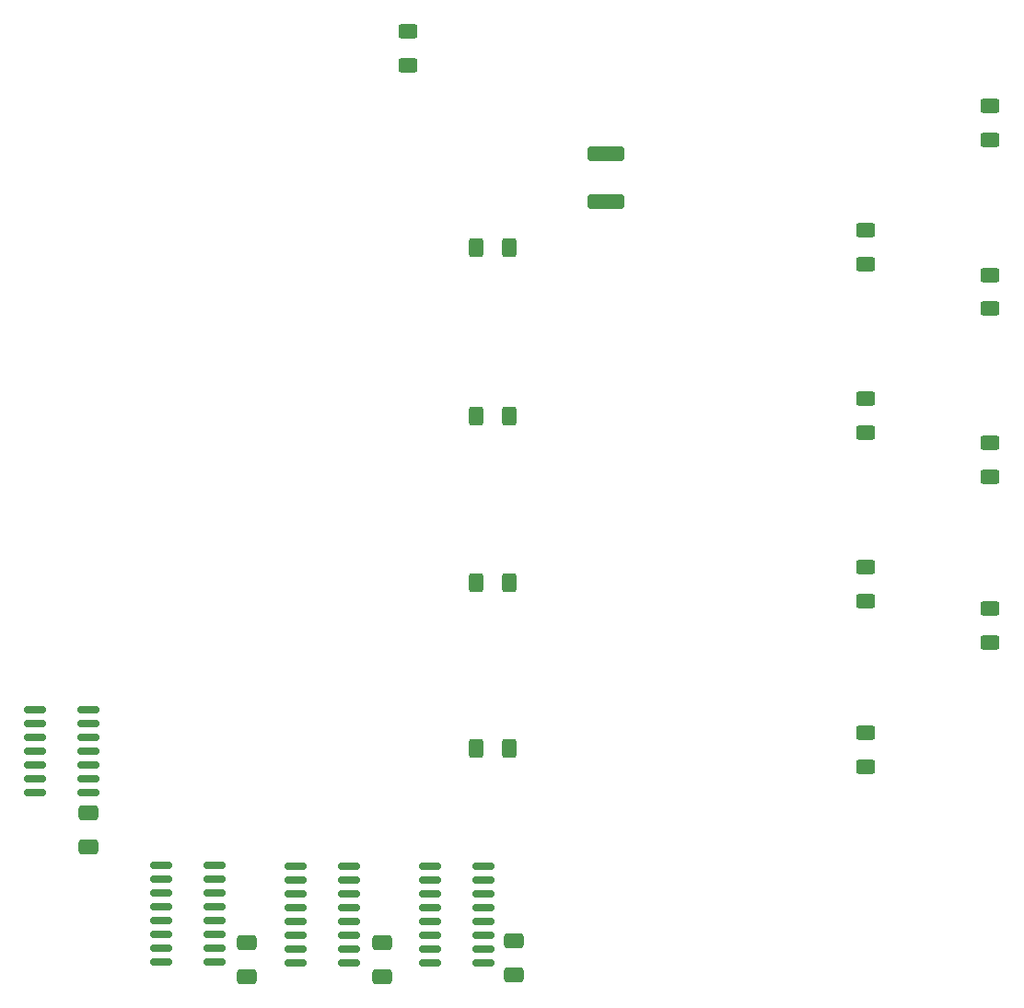
<source format=gbr>
%TF.GenerationSoftware,KiCad,Pcbnew,7.0.7*%
%TF.CreationDate,2023-12-16T22:01:11+01:00*%
%TF.ProjectId,BOB4AXIS,424f4234-4158-4495-932e-6b696361645f,rev?*%
%TF.SameCoordinates,Original*%
%TF.FileFunction,Paste,Bot*%
%TF.FilePolarity,Positive*%
%FSLAX46Y46*%
G04 Gerber Fmt 4.6, Leading zero omitted, Abs format (unit mm)*
G04 Created by KiCad (PCBNEW 7.0.7) date 2023-12-16 22:01:11*
%MOMM*%
%LPD*%
G01*
G04 APERTURE LIST*
G04 Aperture macros list*
%AMRoundRect*
0 Rectangle with rounded corners*
0 $1 Rounding radius*
0 $2 $3 $4 $5 $6 $7 $8 $9 X,Y pos of 4 corners*
0 Add a 4 corners polygon primitive as box body*
4,1,4,$2,$3,$4,$5,$6,$7,$8,$9,$2,$3,0*
0 Add four circle primitives for the rounded corners*
1,1,$1+$1,$2,$3*
1,1,$1+$1,$4,$5*
1,1,$1+$1,$6,$7*
1,1,$1+$1,$8,$9*
0 Add four rect primitives between the rounded corners*
20,1,$1+$1,$2,$3,$4,$5,0*
20,1,$1+$1,$4,$5,$6,$7,0*
20,1,$1+$1,$6,$7,$8,$9,0*
20,1,$1+$1,$8,$9,$2,$3,0*%
G04 Aperture macros list end*
%ADD10RoundRect,0.250000X0.625000X-0.400000X0.625000X0.400000X-0.625000X0.400000X-0.625000X-0.400000X0*%
%ADD11RoundRect,0.250000X0.400000X0.625000X-0.400000X0.625000X-0.400000X-0.625000X0.400000X-0.625000X0*%
%ADD12RoundRect,0.250000X0.650000X-0.412500X0.650000X0.412500X-0.650000X0.412500X-0.650000X-0.412500X0*%
%ADD13RoundRect,0.250000X-0.625000X0.400000X-0.625000X-0.400000X0.625000X-0.400000X0.625000X0.400000X0*%
%ADD14RoundRect,0.250000X-1.450000X0.400000X-1.450000X-0.400000X1.450000X-0.400000X1.450000X0.400000X0*%
%ADD15RoundRect,0.150000X-0.825000X-0.150000X0.825000X-0.150000X0.825000X0.150000X-0.825000X0.150000X0*%
%ADD16RoundRect,0.250000X-0.650000X0.412500X-0.650000X-0.412500X0.650000X-0.412500X0.650000X0.412500X0*%
G04 APERTURE END LIST*
D10*
%TO.C,R13*%
X38760400Y-7366000D03*
X38760400Y-4266000D03*
%TD*%
D11*
%TO.C,R10*%
X48133000Y-24130000D03*
X45033000Y-24130000D03*
%TD*%
D12*
%TO.C,C4*%
X36449000Y-91224500D03*
X36449000Y-88099500D03*
%TD*%
D13*
%TO.C,R1*%
X80899000Y-22580000D03*
X80899000Y-25680000D03*
%TD*%
%TO.C,R7*%
X80899000Y-68808000D03*
X80899000Y-71908000D03*
%TD*%
D14*
%TO.C,F1*%
X57023000Y-15494000D03*
X57023000Y-19944000D03*
%TD*%
D13*
%TO.C,R5*%
X80899000Y-53568000D03*
X80899000Y-56668000D03*
%TD*%
D11*
%TO.C,R12*%
X48133000Y-70231000D03*
X45033000Y-70231000D03*
%TD*%
D13*
%TO.C,R8*%
X92329000Y-57378000D03*
X92329000Y-60478000D03*
%TD*%
D15*
%TO.C,U6*%
X28448000Y-89916000D03*
X28448000Y-88646000D03*
X28448000Y-87376000D03*
X28448000Y-86106000D03*
X28448000Y-84836000D03*
X28448000Y-83566000D03*
X28448000Y-82296000D03*
X28448000Y-81026000D03*
X33398000Y-81026000D03*
X33398000Y-82296000D03*
X33398000Y-83566000D03*
X33398000Y-84836000D03*
X33398000Y-86106000D03*
X33398000Y-87376000D03*
X33398000Y-88646000D03*
X33398000Y-89916000D03*
%TD*%
D11*
%TO.C,R11*%
X48133000Y-54991000D03*
X45033000Y-54991000D03*
%TD*%
D13*
%TO.C,R4*%
X92329000Y-26670000D03*
X92329000Y-29770000D03*
%TD*%
D16*
%TO.C,C2*%
X9398000Y-76161500D03*
X9398000Y-79286500D03*
%TD*%
D13*
%TO.C,R2*%
X92329000Y-11150000D03*
X92329000Y-14250000D03*
%TD*%
%TO.C,R6*%
X92329000Y-42138000D03*
X92329000Y-45238000D03*
%TD*%
D12*
%TO.C,C1*%
X48514000Y-91059000D03*
X48514000Y-87934000D03*
%TD*%
D15*
%TO.C,U5*%
X16067000Y-89886300D03*
X16067000Y-88616300D03*
X16067000Y-87346300D03*
X16067000Y-86076300D03*
X16067000Y-84806300D03*
X16067000Y-83536300D03*
X16067000Y-82266300D03*
X16067000Y-80996300D03*
X21017000Y-80996300D03*
X21017000Y-82266300D03*
X21017000Y-83536300D03*
X21017000Y-84806300D03*
X21017000Y-86076300D03*
X21017000Y-87346300D03*
X21017000Y-88616300D03*
X21017000Y-89886300D03*
%TD*%
D11*
%TO.C,R9*%
X48133000Y-39624000D03*
X45033000Y-39624000D03*
%TD*%
D12*
%TO.C,C3*%
X24003000Y-91224500D03*
X24003000Y-88099500D03*
%TD*%
D13*
%TO.C,R3*%
X80899000Y-38074000D03*
X80899000Y-41174000D03*
%TD*%
D15*
%TO.C,U8*%
X4510000Y-74295000D03*
X4510000Y-73025000D03*
X4510000Y-71755000D03*
X4510000Y-70485000D03*
X4510000Y-69215000D03*
X4510000Y-67945000D03*
X4510000Y-66675000D03*
X9460000Y-66675000D03*
X9460000Y-67945000D03*
X9460000Y-69215000D03*
X9460000Y-70485000D03*
X9460000Y-71755000D03*
X9460000Y-73025000D03*
X9460000Y-74295000D03*
%TD*%
%TO.C,U9*%
X40832000Y-89916000D03*
X40832000Y-88646000D03*
X40832000Y-87376000D03*
X40832000Y-86106000D03*
X40832000Y-84836000D03*
X40832000Y-83566000D03*
X40832000Y-82296000D03*
X40832000Y-81026000D03*
X45782000Y-81026000D03*
X45782000Y-82296000D03*
X45782000Y-83566000D03*
X45782000Y-84836000D03*
X45782000Y-86106000D03*
X45782000Y-87376000D03*
X45782000Y-88646000D03*
X45782000Y-89916000D03*
%TD*%
M02*

</source>
